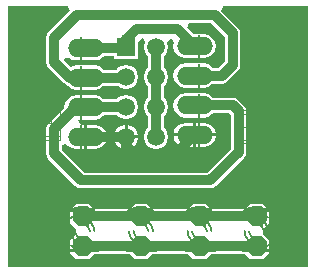
<source format=gtl>
%FSLAX24Y24*%
%MOIN*%
G70*
G01*
G75*
G04 Layer_Physical_Order=1*
G04 Layer_Color=255*
%ADD10C,0.0320*%
%ADD11R,0.0476X0.0159*%
%ADD12C,0.0039*%
%ADD13C,0.0100*%
%ADD14C,0.0060*%
%ADD15R,0.0560X0.0140*%
%ADD16R,0.0250X0.0240*%
%ADD17C,0.0020*%
G04:AMPARAMS|DCode=18|XSize=66mil|YSize=66mil|CornerRadius=0mil|HoleSize=0mil|Usage=FLASHONLY|Rotation=270.000|XOffset=0mil|YOffset=0mil|HoleType=Round|Shape=Octagon|*
%AMOCTAGOND18*
4,1,8,-0.0165,-0.0330,0.0165,-0.0330,0.0330,-0.0165,0.0330,0.0165,0.0165,0.0330,-0.0165,0.0330,-0.0330,0.0165,-0.0330,-0.0165,-0.0165,-0.0330,0.0*
%
%ADD18OCTAGOND18*%

%ADD19O,0.1200X0.0600*%
%ADD20C,0.0591*%
%ADD21R,0.0591X0.0591*%
G36*
X10000Y0D02*
X0D01*
Y8700D01*
X2021D01*
X2023Y8698D01*
X2075Y8550D01*
X1363Y7837D01*
X1305Y7751D01*
X1285Y7650D01*
Y6850D01*
X1305Y6749D01*
X1363Y6663D01*
X1886Y6139D01*
X1972Y6081D01*
X1984Y6079D01*
X2012Y6038D01*
X2144Y5950D01*
X2300Y5919D01*
X2900D01*
X3056Y5950D01*
X3188Y6038D01*
X3204Y6061D01*
X3671D01*
X3796Y5978D01*
X3950Y5947D01*
X4104Y5978D01*
X4235Y6065D01*
X4322Y6196D01*
X4353Y6350D01*
X4322Y6504D01*
X4235Y6635D01*
X4104Y6722D01*
X3950Y6753D01*
X3796Y6722D01*
X3665Y6635D01*
X3636Y6591D01*
X3204D01*
X3188Y6615D01*
X3056Y6703D01*
X2900Y6734D01*
X2300D01*
X2144Y6703D01*
X2101Y6674D01*
X1872Y6903D01*
X1881Y6943D01*
X1923Y6967D01*
X2046Y6995D01*
X2144Y6930D01*
X2300Y6899D01*
X2900D01*
X3056Y6930D01*
X3188Y7018D01*
X3204Y7041D01*
X3555D01*
Y6955D01*
X4345D01*
Y7519D01*
X4484Y7646D01*
X4512Y7644D01*
X4580Y7508D01*
X4578Y7504D01*
X4547Y7350D01*
X4578Y7196D01*
X4665Y7065D01*
X4685Y7052D01*
Y6648D01*
X4665Y6635D01*
X4578Y6504D01*
X4547Y6350D01*
X4578Y6196D01*
X4665Y6065D01*
X4685Y6052D01*
Y5648D01*
X4665Y5635D01*
X4578Y5504D01*
X4547Y5350D01*
X4578Y5196D01*
X4665Y5065D01*
X4685Y5052D01*
Y4648D01*
X4665Y4635D01*
X4578Y4504D01*
X4547Y4350D01*
X4578Y4196D01*
X4665Y4065D01*
X4796Y3978D01*
X4950Y3947D01*
X5104Y3978D01*
X5235Y4065D01*
X5322Y4196D01*
X5353Y4350D01*
X5322Y4504D01*
X5235Y4635D01*
X5215Y4648D01*
Y5052D01*
X5235Y5065D01*
X5322Y5196D01*
X5353Y5350D01*
X5322Y5504D01*
X5235Y5635D01*
X5215Y5648D01*
Y6052D01*
X5235Y6065D01*
X5322Y6196D01*
X5353Y6350D01*
X5322Y6504D01*
X5235Y6635D01*
X5215Y6648D01*
Y7052D01*
X5235Y7065D01*
X5322Y7196D01*
X5353Y7350D01*
X5325Y7489D01*
X5384Y7591D01*
X5411Y7629D01*
X5452Y7629D01*
X5475Y7609D01*
X5555Y7496D01*
X5532Y7376D01*
X5563Y7220D01*
X5651Y7088D01*
X5783Y7000D01*
X5939Y6969D01*
X6539D01*
X6695Y7000D01*
X6828Y7088D01*
X6916Y7220D01*
X6947Y7376D01*
X6916Y7532D01*
X6828Y7665D01*
X6695Y7753D01*
X6539Y7784D01*
X6206D01*
X5994Y7996D01*
X6052Y8135D01*
X6790D01*
X7235Y7690D01*
Y6860D01*
X7032Y6657D01*
X6843D01*
X6828Y6681D01*
X6695Y6769D01*
X6539Y6800D01*
X5939D01*
X5783Y6769D01*
X5651Y6681D01*
X5563Y6548D01*
X5532Y6392D01*
X5563Y6236D01*
X5651Y6104D01*
X5783Y6015D01*
X5939Y5984D01*
X6539D01*
X6695Y6015D01*
X6828Y6104D01*
X6843Y6127D01*
X7142D01*
X7244Y6147D01*
X7330Y6205D01*
X7687Y6563D01*
X7745Y6649D01*
X7765Y6750D01*
Y7800D01*
X7745Y7901D01*
X7687Y7987D01*
X7125Y8550D01*
X7177Y8698D01*
X7179Y8700D01*
X10000D01*
Y0D01*
D02*
G37*
%LPC*%
G36*
X4343Y4300D02*
X4000D01*
Y3957D01*
X4104Y3978D01*
X4235Y4065D01*
X4322Y4196D01*
X4343Y4300D01*
D02*
G37*
G36*
X6189Y4370D02*
X5541D01*
X5563Y4264D01*
X5651Y4132D01*
X5783Y4043D01*
X5939Y4012D01*
X6189D01*
Y4370D01*
D02*
G37*
G36*
X6937D02*
X6289D01*
Y4012D01*
X6539D01*
X6695Y4043D01*
X6828Y4132D01*
X6916Y4264D01*
X6937Y4370D01*
D02*
G37*
G36*
X8515Y2130D02*
X8085D01*
X7920Y1965D01*
X6780D01*
X6615Y2130D01*
X6185D01*
X6020Y1965D01*
X4830D01*
X4665Y2130D01*
X4235D01*
X4070Y1965D01*
X2880D01*
X2715Y2130D01*
X2285D01*
X2070Y1915D01*
Y1485D01*
X2278Y1277D01*
X2282Y1200D01*
X2278Y1123D01*
X2070Y915D01*
Y485D01*
X2285Y270D01*
X2715D01*
X2880Y435D01*
X4070D01*
X4235Y270D01*
X4665D01*
X4830Y435D01*
X6020D01*
X6185Y270D01*
X6615D01*
X6780Y435D01*
X7920D01*
X8085Y270D01*
X8515D01*
X8730Y485D01*
Y915D01*
X8522Y1123D01*
X8518Y1200D01*
X8522Y1277D01*
X8730Y1485D01*
Y1915D01*
X8515Y2130D01*
D02*
G37*
G36*
X3298Y4300D02*
X2650D01*
Y3942D01*
X2900D01*
X3056Y3973D01*
X3188Y4062D01*
X3277Y4194D01*
X3298Y4300D01*
D02*
G37*
G36*
X3900D02*
X3557D01*
X3578Y4196D01*
X3665Y4065D01*
X3796Y3978D01*
X3900Y3957D01*
Y4300D01*
D02*
G37*
G36*
X6189Y4828D02*
X5939D01*
X5783Y4797D01*
X5651Y4708D01*
X5563Y4576D01*
X5541Y4470D01*
X6189D01*
Y4828D01*
D02*
G37*
G36*
X6539D02*
X6289D01*
Y4470D01*
X6937D01*
X6916Y4576D01*
X6828Y4708D01*
X6695Y4797D01*
X6539Y4828D01*
D02*
G37*
G36*
Y5808D02*
X5939D01*
X5783Y5777D01*
X5651Y5688D01*
X5563Y5556D01*
X5532Y5400D01*
X5563Y5244D01*
X5651Y5112D01*
X5783Y5023D01*
X5939Y4992D01*
X6539D01*
X6695Y5023D01*
X6828Y5112D01*
X6843Y5135D01*
X7390D01*
X7435Y5090D01*
Y3960D01*
X6640Y3165D01*
X2560D01*
X1815Y3910D01*
Y4086D01*
X1965Y4131D01*
X2012Y4062D01*
X2144Y3973D01*
X2300Y3942D01*
X2550D01*
Y4350D01*
Y4758D01*
X2440D01*
X2360Y4908D01*
X2373Y4926D01*
X2900D01*
X3056Y4957D01*
X3188Y5046D01*
X3204Y5069D01*
X3662D01*
X3665Y5065D01*
X3796Y4978D01*
X3950Y4947D01*
X4104Y4978D01*
X4235Y5065D01*
X4322Y5196D01*
X4353Y5350D01*
X4322Y5504D01*
X4235Y5635D01*
X4104Y5722D01*
X3950Y5753D01*
X3796Y5722D01*
X3665Y5635D01*
X3641Y5599D01*
X3204D01*
X3188Y5623D01*
X3056Y5711D01*
X2900Y5742D01*
X2300D01*
X2144Y5711D01*
X2012Y5623D01*
X1923Y5490D01*
X1892Y5334D01*
X1895Y5320D01*
X1363Y4787D01*
X1305Y4701D01*
X1285Y4600D01*
Y3800D01*
X1305Y3699D01*
X1363Y3613D01*
X2263Y2713D01*
X2349Y2655D01*
X2450Y2635D01*
X6750D01*
X6851Y2655D01*
X6937Y2713D01*
X7887Y3663D01*
X7945Y3749D01*
X7965Y3850D01*
Y5200D01*
X7945Y5301D01*
X7887Y5387D01*
X7687Y5587D01*
X7601Y5645D01*
X7500Y5665D01*
X6843D01*
X6828Y5688D01*
X6695Y5777D01*
X6539Y5808D01*
D02*
G37*
G36*
X2900Y4758D02*
X2650D01*
Y4400D01*
X3298D01*
X3277Y4506D01*
X3188Y4638D01*
X3056Y4727D01*
X2900Y4758D01*
D02*
G37*
G36*
X3900Y4743D02*
X3796Y4722D01*
X3665Y4635D01*
X3578Y4504D01*
X3557Y4400D01*
X3900D01*
Y4743D01*
D02*
G37*
G36*
X4000D02*
Y4400D01*
X4343D01*
X4322Y4504D01*
X4235Y4635D01*
X4104Y4722D01*
X4000Y4743D01*
D02*
G37*
%LPD*%
D10*
X1550Y7650D02*
X2300Y8400D01*
X1550Y6850D02*
Y7650D01*
X6239Y5400D02*
X7500D01*
X7700Y5200D01*
Y3850D02*
Y5200D01*
X6750Y2900D02*
X7700Y3850D01*
X2450Y2900D02*
X6750D01*
X1550Y3800D02*
X2450Y2900D01*
X1550Y3800D02*
Y4600D01*
X2284Y5334D01*
X2600D01*
X5419Y3600D02*
X6239Y4420D01*
X4400Y3600D02*
X5419D01*
X3950Y4050D02*
X4400Y3600D01*
X3950Y4050D02*
Y4350D01*
X6239Y6392D02*
X7142D01*
X7500Y6750D01*
Y7800D01*
X6900Y8400D02*
X7500Y7800D01*
X2300Y8400D02*
X6900D01*
X1550Y6850D02*
X2074Y6326D01*
X2600D01*
X5666Y7950D02*
X6239Y7376D01*
X4300Y7950D02*
X5666D01*
X3950Y7600D02*
X4300Y7950D01*
X3950Y7350D02*
Y7600D01*
X2500Y700D02*
X4450D01*
X6400D01*
X8300D01*
X6400Y1700D02*
X8300D01*
X4450D02*
X6400D01*
X2500D02*
X4450D01*
X4950Y4350D02*
Y5350D01*
Y6350D01*
Y7350D01*
X2600Y4350D02*
X3950D01*
X3934Y5334D02*
X3950Y5350D01*
X2600Y5334D02*
X3934D01*
X3926Y6326D02*
X3950Y6350D01*
X2600Y6326D02*
X3926D01*
X3906Y7306D02*
X3950Y7350D01*
X2600Y7306D02*
X3906D01*
D11*
X752Y1225D02*
D03*
D12*
X8435Y6122D02*
Y6988D01*
X7865Y6122D02*
Y6988D01*
Y6122D02*
X8435D01*
X7865Y6988D02*
X8435D01*
X8335Y4262D02*
Y5128D01*
X7765Y4262D02*
Y5128D01*
Y4262D02*
X8335D01*
X7765Y5128D02*
X8335D01*
X1735Y4367D02*
Y5233D01*
X1165Y4367D02*
Y5233D01*
Y4367D02*
X1735D01*
X1165Y5233D02*
X1735D01*
X7953Y6555D02*
X8347D01*
X8150Y6358D02*
Y6752D01*
X8465Y6004D02*
Y7106D01*
X7835Y6004D02*
Y7106D01*
Y6004D02*
X8465D01*
X7835Y7106D02*
X8465D01*
X7853Y4695D02*
X8247D01*
X8050Y4498D02*
Y4892D01*
X8365Y4144D02*
Y5246D01*
X7735Y4144D02*
Y5246D01*
Y4144D02*
X8365D01*
X7735Y5246D02*
X8365D01*
X1253Y4800D02*
X1647D01*
X1450Y4603D02*
Y4997D01*
X1765Y4249D02*
Y5351D01*
X1135Y4249D02*
Y5351D01*
Y4249D02*
X1765D01*
X1135Y5351D02*
X1765D01*
D13*
X8300Y2000D02*
G03*
X7881Y1881I-0J-800D01*
G01*
X8680Y1904D02*
G03*
X8300Y2000I-380J-706D01*
G01*
X6400D02*
G03*
X5981Y1881I-0J-800D01*
G01*
X6780Y1904D02*
G03*
X6400Y2000I-380J-706D01*
G01*
X4450D02*
G03*
X4031Y1881I-0J-800D01*
G01*
X4830Y1904D02*
G03*
X4450Y2000I-380J-706D01*
G01*
X2500D02*
G03*
X2081Y1881I-0J-800D01*
G01*
X2880Y1904D02*
G03*
X2500Y2000I-380J-706D01*
G01*
X7800Y580D02*
X8800D01*
X5900D02*
X6900D01*
X3950D02*
X4950D01*
X2000D02*
X3000D01*
D14*
X7900Y1200D02*
G03*
X8300Y800I400J0D01*
G01*
X8050Y1200D02*
G03*
X8300Y950I250J0D01*
G01*
X8700Y1200D02*
G03*
X8300Y1600I-400J0D01*
G01*
X8550Y1200D02*
G03*
X8300Y1450I-250J0D01*
G01*
X7916Y730D02*
G03*
X8300Y600I372J465D01*
G01*
D02*
G03*
X8700Y740I11J611D01*
G01*
X8300Y1800D02*
G03*
X7901Y1648I-0J-600D01*
G01*
X8690Y1661D02*
G03*
X8300Y1800I-387J-469D01*
G01*
X6000Y1200D02*
G03*
X6400Y800I400J0D01*
G01*
X6150Y1200D02*
G03*
X6400Y950I250J0D01*
G01*
X6800Y1200D02*
G03*
X6400Y1600I-400J0D01*
G01*
X6650Y1200D02*
G03*
X6400Y1450I-250J0D01*
G01*
X6016Y730D02*
G03*
X6400Y600I372J465D01*
G01*
D02*
G03*
X6800Y740I11J611D01*
G01*
X6400Y1800D02*
G03*
X6001Y1648I-0J-600D01*
G01*
X6790Y1661D02*
G03*
X6400Y1800I-387J-469D01*
G01*
X4050Y1200D02*
G03*
X4450Y800I400J0D01*
G01*
X4200Y1200D02*
G03*
X4450Y950I250J0D01*
G01*
X4850Y1200D02*
G03*
X4450Y1600I-400J0D01*
G01*
X4700Y1200D02*
G03*
X4450Y1450I-250J0D01*
G01*
X4066Y730D02*
G03*
X4450Y600I372J465D01*
G01*
D02*
G03*
X4850Y740I11J611D01*
G01*
X4450Y1800D02*
G03*
X4051Y1648I-0J-600D01*
G01*
X4840Y1661D02*
G03*
X4450Y1800I-387J-469D01*
G01*
X2100Y1200D02*
G03*
X2500Y800I400J0D01*
G01*
X2250Y1200D02*
G03*
X2500Y950I250J0D01*
G01*
X2900Y1200D02*
G03*
X2500Y1600I-400J0D01*
G01*
X2750Y1200D02*
G03*
X2500Y1450I-250J0D01*
G01*
X2116Y730D02*
G03*
X2500Y600I372J465D01*
G01*
D02*
G03*
X2900Y740I11J611D01*
G01*
X2500Y1800D02*
G03*
X2101Y1648I-0J-600D01*
G01*
X2890Y1661D02*
G03*
X2500Y1800I-387J-469D01*
G01*
X500Y944D02*
Y1504D01*
X1000Y944D02*
Y1504D01*
X2450Y3963D02*
Y4743D01*
Y4953D02*
Y5733D01*
Y5936D02*
Y6716D01*
Y6916D02*
Y7696D01*
X6389Y6983D02*
Y7764D01*
Y5994D02*
Y6774D01*
Y5010D02*
Y5790D01*
Y4030D02*
Y4810D01*
D15*
X750Y1564D02*
D03*
Y884D02*
D03*
D16*
X2575Y4353D02*
D03*
Y5333D02*
D03*
Y6326D02*
D03*
Y7306D02*
D03*
X6264Y7374D02*
D03*
Y6394D02*
D03*
Y5400D02*
D03*
Y4420D02*
D03*
D17*
X363Y2004D02*
X1140D01*
X363Y447D02*
X1140D01*
X363D02*
Y2004D01*
X1140Y447D02*
Y2004D01*
D18*
X8300Y700D02*
D03*
Y1700D02*
D03*
X6400Y700D02*
D03*
Y1700D02*
D03*
X4450Y700D02*
D03*
Y1700D02*
D03*
X2500Y700D02*
D03*
Y1700D02*
D03*
D19*
X2600Y7306D02*
D03*
Y6326D02*
D03*
Y4350D02*
D03*
Y5334D02*
D03*
X6239Y4420D02*
D03*
Y5400D02*
D03*
Y7376D02*
D03*
Y6392D02*
D03*
D20*
X4950Y4350D02*
D03*
Y5350D02*
D03*
Y6350D02*
D03*
Y7350D02*
D03*
X3950Y4350D02*
D03*
Y5350D02*
D03*
Y6350D02*
D03*
D21*
Y7350D02*
D03*
M02*

</source>
